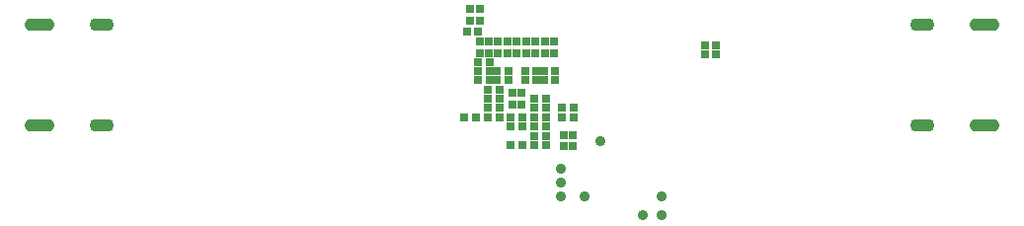
<source format=gbr>
%TF.GenerationSoftware,Altium Limited,Altium Designer,23.1.1 (15)*%
G04 Layer_Color=16711935*
%FSLAX45Y45*%
%MOMM*%
%TF.SameCoordinates,3FBC52AE-4862-4018-B763-16E4B67C7164*%
%TF.FilePolarity,Negative*%
%TF.FileFunction,Soldermask,Bot*%
%TF.Part,Single*%
G01*
G75*
%TA.AperFunction,ComponentPad*%
G04:AMPARAMS|DCode=63|XSize=1.1mm|YSize=2.6mm|CornerRadius=0.55mm|HoleSize=0mm|Usage=FLASHONLY|Rotation=270.000|XOffset=0mm|YOffset=0mm|HoleType=Round|Shape=RoundedRectangle|*
%AMROUNDEDRECTD63*
21,1,1.10000,1.50000,0,0,270.0*
21,1,0.00000,2.60000,0,0,270.0*
1,1,1.10000,-0.75000,0.00000*
1,1,1.10000,-0.75000,0.00000*
1,1,1.10000,0.75000,0.00000*
1,1,1.10000,0.75000,0.00000*
%
%ADD63ROUNDEDRECTD63*%
G04:AMPARAMS|DCode=64|XSize=1.1mm|YSize=2.1mm|CornerRadius=0.55mm|HoleSize=0mm|Usage=FLASHONLY|Rotation=270.000|XOffset=0mm|YOffset=0mm|HoleType=Round|Shape=RoundedRectangle|*
%AMROUNDEDRECTD64*
21,1,1.10000,1.00000,0,0,270.0*
21,1,0.00000,2.10000,0,0,270.0*
1,1,1.10000,-0.50000,0.00000*
1,1,1.10000,-0.50000,0.00000*
1,1,1.10000,0.50000,0.00000*
1,1,1.10000,0.50000,0.00000*
%
%ADD64ROUNDEDRECTD64*%
%TA.AperFunction,SMDPad,CuDef*%
%ADD83R,0.74008X0.70000*%
%ADD84R,0.70000X0.74008*%
%TA.AperFunction,ViaPad*%
%ADD98C,0.91280*%
D63*
X2767998Y4808000D02*
D03*
Y5672000D02*
D03*
X10872001D02*
D03*
Y4808000D02*
D03*
D64*
X3303998D02*
D03*
Y5672000D02*
D03*
X10336000D02*
D03*
Y4808000D02*
D03*
D83*
X7100034Y5530030D02*
D03*
Y5430030D02*
D03*
X7340064Y4729930D02*
D03*
Y4629930D02*
D03*
X6900009Y5089975D02*
D03*
Y4989975D02*
D03*
X6819999Y5089975D02*
D03*
Y4989975D02*
D03*
X6699984Y5430030D02*
D03*
Y5530029D02*
D03*
X6779994Y5430030D02*
D03*
Y5530029D02*
D03*
X6860004Y5430030D02*
D03*
Y5530029D02*
D03*
X7020024Y5430030D02*
D03*
Y5530029D02*
D03*
X6940014Y5430030D02*
D03*
Y5530029D02*
D03*
X7260054Y4729930D02*
D03*
Y4629930D02*
D03*
X6539964Y5530030D02*
D03*
Y5430030D02*
D03*
Y5710065D02*
D03*
Y5810064D02*
D03*
X6619974Y5530030D02*
D03*
Y5430030D02*
D03*
X6459954Y5710065D02*
D03*
Y5810064D02*
D03*
X7180044Y5530030D02*
D03*
Y5430030D02*
D03*
D84*
X6910004Y4639925D02*
D03*
X6810004D02*
D03*
X6609979Y4879955D02*
D03*
X6709979D02*
D03*
X6529956Y5612046D02*
D03*
X6429957D02*
D03*
X6910004Y4879955D02*
D03*
X6810004D02*
D03*
X7110029Y5039975D02*
D03*
X7010029D02*
D03*
X7250059Y4959965D02*
D03*
X7350059D02*
D03*
X7250059Y4879955D02*
D03*
X7350059D02*
D03*
X6609979Y4959965D02*
D03*
X6709979D02*
D03*
X7110029Y4879955D02*
D03*
X7010029D02*
D03*
X7110029Y4959965D02*
D03*
X7010029D02*
D03*
X6930019Y5199995D02*
D03*
X7030019D02*
D03*
X6789989Y5280005D02*
D03*
X6689989D02*
D03*
X6930019D02*
D03*
X7030019D02*
D03*
X6789989Y5199995D02*
D03*
X6689989D02*
D03*
X7190039D02*
D03*
X7090039D02*
D03*
X7110029Y4719935D02*
D03*
X7010029D02*
D03*
X6910004Y4799945D02*
D03*
X6810004D02*
D03*
X7010029D02*
D03*
X7110029D02*
D03*
X7110029Y4639925D02*
D03*
X7010029D02*
D03*
X6609979Y5039975D02*
D03*
X6709979D02*
D03*
X6609979Y5119985D02*
D03*
X6709979D02*
D03*
X6529969Y5356014D02*
D03*
X6629969D02*
D03*
X6529969Y5280005D02*
D03*
X6629969D02*
D03*
X6529969Y5199995D02*
D03*
X6629969D02*
D03*
X6409954Y4879955D02*
D03*
X6509954D02*
D03*
X8470211Y5420022D02*
D03*
X8570211D02*
D03*
X8570212Y5500032D02*
D03*
X8470212D02*
D03*
X7190039Y5280005D02*
D03*
X7090039D02*
D03*
D98*
X7940139Y4039850D02*
D03*
X8100159D02*
D03*
X7440077Y4199870D02*
D03*
X7240052D02*
D03*
Y4319885D02*
D03*
X7580094Y4679930D02*
D03*
X8100159Y4199870D02*
D03*
X7240052Y4439900D02*
D03*
%TF.MD5,5d24b22d44e5f02fb87315d321fcb5ca*%
M02*

</source>
